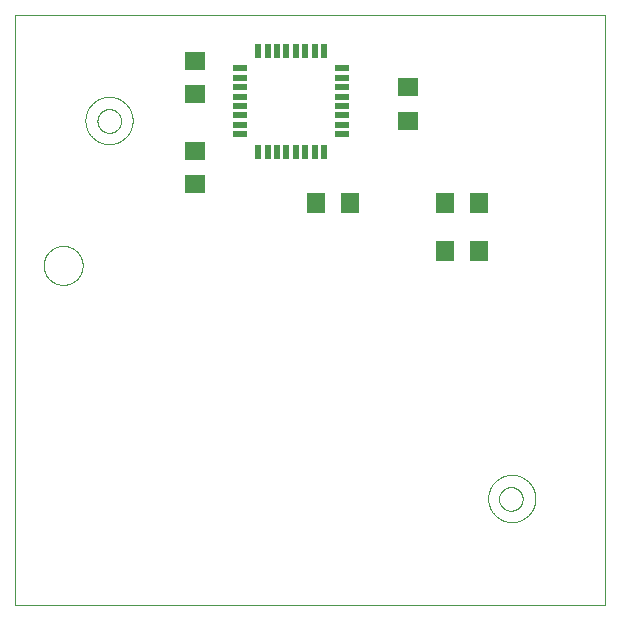
<source format=gbp>
G75*
%MOIN*%
%OFA0B0*%
%FSLAX25Y25*%
%IPPOS*%
%LPD*%
%AMOC8*
5,1,8,0,0,1.08239X$1,22.5*
%
%ADD10C,0.00000*%
%ADD11C,0.00394*%
%ADD12R,0.06299X0.07098*%
%ADD13R,0.07098X0.06299*%
%ADD14R,0.02200X0.05000*%
%ADD15R,0.05000X0.02200*%
%ADD16R,0.07087X0.06299*%
D10*
X0004541Y0011008D02*
X0201391Y0011008D01*
X0201391Y0207858D01*
X0004541Y0207858D01*
X0004541Y0011008D01*
X0014167Y0124276D02*
X0014169Y0124437D01*
X0014175Y0124597D01*
X0014185Y0124758D01*
X0014199Y0124918D01*
X0014217Y0125078D01*
X0014238Y0125237D01*
X0014264Y0125396D01*
X0014294Y0125554D01*
X0014327Y0125711D01*
X0014365Y0125868D01*
X0014406Y0126023D01*
X0014451Y0126177D01*
X0014500Y0126330D01*
X0014553Y0126482D01*
X0014609Y0126633D01*
X0014670Y0126782D01*
X0014733Y0126930D01*
X0014801Y0127076D01*
X0014872Y0127220D01*
X0014946Y0127362D01*
X0015024Y0127503D01*
X0015106Y0127641D01*
X0015191Y0127778D01*
X0015279Y0127912D01*
X0015371Y0128044D01*
X0015466Y0128174D01*
X0015564Y0128302D01*
X0015665Y0128427D01*
X0015769Y0128549D01*
X0015876Y0128669D01*
X0015986Y0128786D01*
X0016099Y0128901D01*
X0016215Y0129012D01*
X0016334Y0129121D01*
X0016455Y0129226D01*
X0016579Y0129329D01*
X0016705Y0129429D01*
X0016833Y0129525D01*
X0016964Y0129618D01*
X0017098Y0129708D01*
X0017233Y0129795D01*
X0017371Y0129878D01*
X0017510Y0129958D01*
X0017652Y0130034D01*
X0017795Y0130107D01*
X0017940Y0130176D01*
X0018087Y0130242D01*
X0018235Y0130304D01*
X0018385Y0130362D01*
X0018536Y0130417D01*
X0018689Y0130468D01*
X0018843Y0130515D01*
X0018998Y0130558D01*
X0019154Y0130597D01*
X0019310Y0130633D01*
X0019468Y0130664D01*
X0019626Y0130692D01*
X0019785Y0130716D01*
X0019945Y0130736D01*
X0020105Y0130752D01*
X0020265Y0130764D01*
X0020426Y0130772D01*
X0020587Y0130776D01*
X0020747Y0130776D01*
X0020908Y0130772D01*
X0021069Y0130764D01*
X0021229Y0130752D01*
X0021389Y0130736D01*
X0021549Y0130716D01*
X0021708Y0130692D01*
X0021866Y0130664D01*
X0022024Y0130633D01*
X0022180Y0130597D01*
X0022336Y0130558D01*
X0022491Y0130515D01*
X0022645Y0130468D01*
X0022798Y0130417D01*
X0022949Y0130362D01*
X0023099Y0130304D01*
X0023247Y0130242D01*
X0023394Y0130176D01*
X0023539Y0130107D01*
X0023682Y0130034D01*
X0023824Y0129958D01*
X0023963Y0129878D01*
X0024101Y0129795D01*
X0024236Y0129708D01*
X0024370Y0129618D01*
X0024501Y0129525D01*
X0024629Y0129429D01*
X0024755Y0129329D01*
X0024879Y0129226D01*
X0025000Y0129121D01*
X0025119Y0129012D01*
X0025235Y0128901D01*
X0025348Y0128786D01*
X0025458Y0128669D01*
X0025565Y0128549D01*
X0025669Y0128427D01*
X0025770Y0128302D01*
X0025868Y0128174D01*
X0025963Y0128044D01*
X0026055Y0127912D01*
X0026143Y0127778D01*
X0026228Y0127641D01*
X0026310Y0127503D01*
X0026388Y0127362D01*
X0026462Y0127220D01*
X0026533Y0127076D01*
X0026601Y0126930D01*
X0026664Y0126782D01*
X0026725Y0126633D01*
X0026781Y0126482D01*
X0026834Y0126330D01*
X0026883Y0126177D01*
X0026928Y0126023D01*
X0026969Y0125868D01*
X0027007Y0125711D01*
X0027040Y0125554D01*
X0027070Y0125396D01*
X0027096Y0125237D01*
X0027117Y0125078D01*
X0027135Y0124918D01*
X0027149Y0124758D01*
X0027159Y0124597D01*
X0027165Y0124437D01*
X0027167Y0124276D01*
X0027165Y0124115D01*
X0027159Y0123955D01*
X0027149Y0123794D01*
X0027135Y0123634D01*
X0027117Y0123474D01*
X0027096Y0123315D01*
X0027070Y0123156D01*
X0027040Y0122998D01*
X0027007Y0122841D01*
X0026969Y0122684D01*
X0026928Y0122529D01*
X0026883Y0122375D01*
X0026834Y0122222D01*
X0026781Y0122070D01*
X0026725Y0121919D01*
X0026664Y0121770D01*
X0026601Y0121622D01*
X0026533Y0121476D01*
X0026462Y0121332D01*
X0026388Y0121190D01*
X0026310Y0121049D01*
X0026228Y0120911D01*
X0026143Y0120774D01*
X0026055Y0120640D01*
X0025963Y0120508D01*
X0025868Y0120378D01*
X0025770Y0120250D01*
X0025669Y0120125D01*
X0025565Y0120003D01*
X0025458Y0119883D01*
X0025348Y0119766D01*
X0025235Y0119651D01*
X0025119Y0119540D01*
X0025000Y0119431D01*
X0024879Y0119326D01*
X0024755Y0119223D01*
X0024629Y0119123D01*
X0024501Y0119027D01*
X0024370Y0118934D01*
X0024236Y0118844D01*
X0024101Y0118757D01*
X0023963Y0118674D01*
X0023824Y0118594D01*
X0023682Y0118518D01*
X0023539Y0118445D01*
X0023394Y0118376D01*
X0023247Y0118310D01*
X0023099Y0118248D01*
X0022949Y0118190D01*
X0022798Y0118135D01*
X0022645Y0118084D01*
X0022491Y0118037D01*
X0022336Y0117994D01*
X0022180Y0117955D01*
X0022024Y0117919D01*
X0021866Y0117888D01*
X0021708Y0117860D01*
X0021549Y0117836D01*
X0021389Y0117816D01*
X0021229Y0117800D01*
X0021069Y0117788D01*
X0020908Y0117780D01*
X0020747Y0117776D01*
X0020587Y0117776D01*
X0020426Y0117780D01*
X0020265Y0117788D01*
X0020105Y0117800D01*
X0019945Y0117816D01*
X0019785Y0117836D01*
X0019626Y0117860D01*
X0019468Y0117888D01*
X0019310Y0117919D01*
X0019154Y0117955D01*
X0018998Y0117994D01*
X0018843Y0118037D01*
X0018689Y0118084D01*
X0018536Y0118135D01*
X0018385Y0118190D01*
X0018235Y0118248D01*
X0018087Y0118310D01*
X0017940Y0118376D01*
X0017795Y0118445D01*
X0017652Y0118518D01*
X0017510Y0118594D01*
X0017371Y0118674D01*
X0017233Y0118757D01*
X0017098Y0118844D01*
X0016964Y0118934D01*
X0016833Y0119027D01*
X0016705Y0119123D01*
X0016579Y0119223D01*
X0016455Y0119326D01*
X0016334Y0119431D01*
X0016215Y0119540D01*
X0016099Y0119651D01*
X0015986Y0119766D01*
X0015876Y0119883D01*
X0015769Y0120003D01*
X0015665Y0120125D01*
X0015564Y0120250D01*
X0015466Y0120378D01*
X0015371Y0120508D01*
X0015279Y0120640D01*
X0015191Y0120774D01*
X0015106Y0120911D01*
X0015024Y0121049D01*
X0014946Y0121190D01*
X0014872Y0121332D01*
X0014801Y0121476D01*
X0014733Y0121622D01*
X0014670Y0121770D01*
X0014609Y0121919D01*
X0014553Y0122070D01*
X0014500Y0122222D01*
X0014451Y0122375D01*
X0014406Y0122529D01*
X0014365Y0122684D01*
X0014327Y0122841D01*
X0014294Y0122998D01*
X0014264Y0123156D01*
X0014238Y0123315D01*
X0014217Y0123474D01*
X0014199Y0123634D01*
X0014185Y0123794D01*
X0014175Y0123955D01*
X0014169Y0124115D01*
X0014167Y0124276D01*
X0032100Y0172425D02*
X0032102Y0172550D01*
X0032108Y0172675D01*
X0032118Y0172799D01*
X0032132Y0172923D01*
X0032149Y0173047D01*
X0032171Y0173170D01*
X0032197Y0173292D01*
X0032226Y0173414D01*
X0032259Y0173534D01*
X0032297Y0173653D01*
X0032337Y0173772D01*
X0032382Y0173888D01*
X0032430Y0174003D01*
X0032482Y0174117D01*
X0032538Y0174229D01*
X0032597Y0174339D01*
X0032659Y0174447D01*
X0032725Y0174554D01*
X0032794Y0174658D01*
X0032867Y0174759D01*
X0032942Y0174859D01*
X0033021Y0174956D01*
X0033103Y0175050D01*
X0033188Y0175142D01*
X0033275Y0175231D01*
X0033366Y0175317D01*
X0033459Y0175400D01*
X0033555Y0175481D01*
X0033653Y0175558D01*
X0033753Y0175632D01*
X0033856Y0175703D01*
X0033961Y0175770D01*
X0034069Y0175835D01*
X0034178Y0175895D01*
X0034289Y0175953D01*
X0034402Y0176006D01*
X0034516Y0176056D01*
X0034632Y0176103D01*
X0034749Y0176145D01*
X0034868Y0176184D01*
X0034988Y0176220D01*
X0035109Y0176251D01*
X0035231Y0176279D01*
X0035353Y0176302D01*
X0035477Y0176322D01*
X0035601Y0176338D01*
X0035725Y0176350D01*
X0035850Y0176358D01*
X0035975Y0176362D01*
X0036099Y0176362D01*
X0036224Y0176358D01*
X0036349Y0176350D01*
X0036473Y0176338D01*
X0036597Y0176322D01*
X0036721Y0176302D01*
X0036843Y0176279D01*
X0036965Y0176251D01*
X0037086Y0176220D01*
X0037206Y0176184D01*
X0037325Y0176145D01*
X0037442Y0176103D01*
X0037558Y0176056D01*
X0037672Y0176006D01*
X0037785Y0175953D01*
X0037896Y0175895D01*
X0038006Y0175835D01*
X0038113Y0175770D01*
X0038218Y0175703D01*
X0038321Y0175632D01*
X0038421Y0175558D01*
X0038519Y0175481D01*
X0038615Y0175400D01*
X0038708Y0175317D01*
X0038799Y0175231D01*
X0038886Y0175142D01*
X0038971Y0175050D01*
X0039053Y0174956D01*
X0039132Y0174859D01*
X0039207Y0174759D01*
X0039280Y0174658D01*
X0039349Y0174554D01*
X0039415Y0174447D01*
X0039477Y0174339D01*
X0039536Y0174229D01*
X0039592Y0174117D01*
X0039644Y0174003D01*
X0039692Y0173888D01*
X0039737Y0173772D01*
X0039777Y0173653D01*
X0039815Y0173534D01*
X0039848Y0173414D01*
X0039877Y0173292D01*
X0039903Y0173170D01*
X0039925Y0173047D01*
X0039942Y0172923D01*
X0039956Y0172799D01*
X0039966Y0172675D01*
X0039972Y0172550D01*
X0039974Y0172425D01*
X0039972Y0172300D01*
X0039966Y0172175D01*
X0039956Y0172051D01*
X0039942Y0171927D01*
X0039925Y0171803D01*
X0039903Y0171680D01*
X0039877Y0171558D01*
X0039848Y0171436D01*
X0039815Y0171316D01*
X0039777Y0171197D01*
X0039737Y0171078D01*
X0039692Y0170962D01*
X0039644Y0170847D01*
X0039592Y0170733D01*
X0039536Y0170621D01*
X0039477Y0170511D01*
X0039415Y0170403D01*
X0039349Y0170296D01*
X0039280Y0170192D01*
X0039207Y0170091D01*
X0039132Y0169991D01*
X0039053Y0169894D01*
X0038971Y0169800D01*
X0038886Y0169708D01*
X0038799Y0169619D01*
X0038708Y0169533D01*
X0038615Y0169450D01*
X0038519Y0169369D01*
X0038421Y0169292D01*
X0038321Y0169218D01*
X0038218Y0169147D01*
X0038113Y0169080D01*
X0038005Y0169015D01*
X0037896Y0168955D01*
X0037785Y0168897D01*
X0037672Y0168844D01*
X0037558Y0168794D01*
X0037442Y0168747D01*
X0037325Y0168705D01*
X0037206Y0168666D01*
X0037086Y0168630D01*
X0036965Y0168599D01*
X0036843Y0168571D01*
X0036721Y0168548D01*
X0036597Y0168528D01*
X0036473Y0168512D01*
X0036349Y0168500D01*
X0036224Y0168492D01*
X0036099Y0168488D01*
X0035975Y0168488D01*
X0035850Y0168492D01*
X0035725Y0168500D01*
X0035601Y0168512D01*
X0035477Y0168528D01*
X0035353Y0168548D01*
X0035231Y0168571D01*
X0035109Y0168599D01*
X0034988Y0168630D01*
X0034868Y0168666D01*
X0034749Y0168705D01*
X0034632Y0168747D01*
X0034516Y0168794D01*
X0034402Y0168844D01*
X0034289Y0168897D01*
X0034178Y0168955D01*
X0034068Y0169015D01*
X0033961Y0169080D01*
X0033856Y0169147D01*
X0033753Y0169218D01*
X0033653Y0169292D01*
X0033555Y0169369D01*
X0033459Y0169450D01*
X0033366Y0169533D01*
X0033275Y0169619D01*
X0033188Y0169708D01*
X0033103Y0169800D01*
X0033021Y0169894D01*
X0032942Y0169991D01*
X0032867Y0170091D01*
X0032794Y0170192D01*
X0032725Y0170296D01*
X0032659Y0170403D01*
X0032597Y0170511D01*
X0032538Y0170621D01*
X0032482Y0170733D01*
X0032430Y0170847D01*
X0032382Y0170962D01*
X0032337Y0171078D01*
X0032297Y0171197D01*
X0032259Y0171316D01*
X0032226Y0171436D01*
X0032197Y0171558D01*
X0032171Y0171680D01*
X0032149Y0171803D01*
X0032132Y0171927D01*
X0032118Y0172051D01*
X0032108Y0172175D01*
X0032102Y0172300D01*
X0032100Y0172425D01*
X0165958Y0046441D02*
X0165960Y0046566D01*
X0165966Y0046691D01*
X0165976Y0046815D01*
X0165990Y0046939D01*
X0166007Y0047063D01*
X0166029Y0047186D01*
X0166055Y0047308D01*
X0166084Y0047430D01*
X0166117Y0047550D01*
X0166155Y0047669D01*
X0166195Y0047788D01*
X0166240Y0047904D01*
X0166288Y0048019D01*
X0166340Y0048133D01*
X0166396Y0048245D01*
X0166455Y0048355D01*
X0166517Y0048463D01*
X0166583Y0048570D01*
X0166652Y0048674D01*
X0166725Y0048775D01*
X0166800Y0048875D01*
X0166879Y0048972D01*
X0166961Y0049066D01*
X0167046Y0049158D01*
X0167133Y0049247D01*
X0167224Y0049333D01*
X0167317Y0049416D01*
X0167413Y0049497D01*
X0167511Y0049574D01*
X0167611Y0049648D01*
X0167714Y0049719D01*
X0167819Y0049786D01*
X0167927Y0049851D01*
X0168036Y0049911D01*
X0168147Y0049969D01*
X0168260Y0050022D01*
X0168374Y0050072D01*
X0168490Y0050119D01*
X0168607Y0050161D01*
X0168726Y0050200D01*
X0168846Y0050236D01*
X0168967Y0050267D01*
X0169089Y0050295D01*
X0169211Y0050318D01*
X0169335Y0050338D01*
X0169459Y0050354D01*
X0169583Y0050366D01*
X0169708Y0050374D01*
X0169833Y0050378D01*
X0169957Y0050378D01*
X0170082Y0050374D01*
X0170207Y0050366D01*
X0170331Y0050354D01*
X0170455Y0050338D01*
X0170579Y0050318D01*
X0170701Y0050295D01*
X0170823Y0050267D01*
X0170944Y0050236D01*
X0171064Y0050200D01*
X0171183Y0050161D01*
X0171300Y0050119D01*
X0171416Y0050072D01*
X0171530Y0050022D01*
X0171643Y0049969D01*
X0171754Y0049911D01*
X0171864Y0049851D01*
X0171971Y0049786D01*
X0172076Y0049719D01*
X0172179Y0049648D01*
X0172279Y0049574D01*
X0172377Y0049497D01*
X0172473Y0049416D01*
X0172566Y0049333D01*
X0172657Y0049247D01*
X0172744Y0049158D01*
X0172829Y0049066D01*
X0172911Y0048972D01*
X0172990Y0048875D01*
X0173065Y0048775D01*
X0173138Y0048674D01*
X0173207Y0048570D01*
X0173273Y0048463D01*
X0173335Y0048355D01*
X0173394Y0048245D01*
X0173450Y0048133D01*
X0173502Y0048019D01*
X0173550Y0047904D01*
X0173595Y0047788D01*
X0173635Y0047669D01*
X0173673Y0047550D01*
X0173706Y0047430D01*
X0173735Y0047308D01*
X0173761Y0047186D01*
X0173783Y0047063D01*
X0173800Y0046939D01*
X0173814Y0046815D01*
X0173824Y0046691D01*
X0173830Y0046566D01*
X0173832Y0046441D01*
X0173830Y0046316D01*
X0173824Y0046191D01*
X0173814Y0046067D01*
X0173800Y0045943D01*
X0173783Y0045819D01*
X0173761Y0045696D01*
X0173735Y0045574D01*
X0173706Y0045452D01*
X0173673Y0045332D01*
X0173635Y0045213D01*
X0173595Y0045094D01*
X0173550Y0044978D01*
X0173502Y0044863D01*
X0173450Y0044749D01*
X0173394Y0044637D01*
X0173335Y0044527D01*
X0173273Y0044419D01*
X0173207Y0044312D01*
X0173138Y0044208D01*
X0173065Y0044107D01*
X0172990Y0044007D01*
X0172911Y0043910D01*
X0172829Y0043816D01*
X0172744Y0043724D01*
X0172657Y0043635D01*
X0172566Y0043549D01*
X0172473Y0043466D01*
X0172377Y0043385D01*
X0172279Y0043308D01*
X0172179Y0043234D01*
X0172076Y0043163D01*
X0171971Y0043096D01*
X0171863Y0043031D01*
X0171754Y0042971D01*
X0171643Y0042913D01*
X0171530Y0042860D01*
X0171416Y0042810D01*
X0171300Y0042763D01*
X0171183Y0042721D01*
X0171064Y0042682D01*
X0170944Y0042646D01*
X0170823Y0042615D01*
X0170701Y0042587D01*
X0170579Y0042564D01*
X0170455Y0042544D01*
X0170331Y0042528D01*
X0170207Y0042516D01*
X0170082Y0042508D01*
X0169957Y0042504D01*
X0169833Y0042504D01*
X0169708Y0042508D01*
X0169583Y0042516D01*
X0169459Y0042528D01*
X0169335Y0042544D01*
X0169211Y0042564D01*
X0169089Y0042587D01*
X0168967Y0042615D01*
X0168846Y0042646D01*
X0168726Y0042682D01*
X0168607Y0042721D01*
X0168490Y0042763D01*
X0168374Y0042810D01*
X0168260Y0042860D01*
X0168147Y0042913D01*
X0168036Y0042971D01*
X0167926Y0043031D01*
X0167819Y0043096D01*
X0167714Y0043163D01*
X0167611Y0043234D01*
X0167511Y0043308D01*
X0167413Y0043385D01*
X0167317Y0043466D01*
X0167224Y0043549D01*
X0167133Y0043635D01*
X0167046Y0043724D01*
X0166961Y0043816D01*
X0166879Y0043910D01*
X0166800Y0044007D01*
X0166725Y0044107D01*
X0166652Y0044208D01*
X0166583Y0044312D01*
X0166517Y0044419D01*
X0166455Y0044527D01*
X0166396Y0044637D01*
X0166340Y0044749D01*
X0166288Y0044863D01*
X0166240Y0044978D01*
X0166195Y0045094D01*
X0166155Y0045213D01*
X0166117Y0045332D01*
X0166084Y0045452D01*
X0166055Y0045574D01*
X0166029Y0045696D01*
X0166007Y0045819D01*
X0165990Y0045943D01*
X0165976Y0046067D01*
X0165966Y0046191D01*
X0165960Y0046316D01*
X0165958Y0046441D01*
D11*
X0162344Y0046591D02*
X0162346Y0046784D01*
X0162353Y0046977D01*
X0162365Y0047170D01*
X0162382Y0047363D01*
X0162403Y0047555D01*
X0162429Y0047746D01*
X0162460Y0047937D01*
X0162495Y0048127D01*
X0162535Y0048316D01*
X0162580Y0048504D01*
X0162629Y0048691D01*
X0162683Y0048877D01*
X0162741Y0049061D01*
X0162804Y0049244D01*
X0162872Y0049425D01*
X0162943Y0049604D01*
X0163020Y0049782D01*
X0163100Y0049958D01*
X0163185Y0050131D01*
X0163274Y0050303D01*
X0163367Y0050472D01*
X0163464Y0050639D01*
X0163566Y0050804D01*
X0163671Y0050966D01*
X0163780Y0051125D01*
X0163894Y0051282D01*
X0164011Y0051435D01*
X0164131Y0051586D01*
X0164256Y0051734D01*
X0164384Y0051879D01*
X0164515Y0052020D01*
X0164650Y0052159D01*
X0164789Y0052294D01*
X0164930Y0052425D01*
X0165075Y0052553D01*
X0165223Y0052678D01*
X0165374Y0052798D01*
X0165527Y0052915D01*
X0165684Y0053029D01*
X0165843Y0053138D01*
X0166005Y0053243D01*
X0166170Y0053345D01*
X0166337Y0053442D01*
X0166506Y0053535D01*
X0166678Y0053624D01*
X0166851Y0053709D01*
X0167027Y0053789D01*
X0167205Y0053866D01*
X0167384Y0053937D01*
X0167565Y0054005D01*
X0167748Y0054068D01*
X0167932Y0054126D01*
X0168118Y0054180D01*
X0168305Y0054229D01*
X0168493Y0054274D01*
X0168682Y0054314D01*
X0168872Y0054349D01*
X0169063Y0054380D01*
X0169254Y0054406D01*
X0169446Y0054427D01*
X0169639Y0054444D01*
X0169832Y0054456D01*
X0170025Y0054463D01*
X0170218Y0054465D01*
X0170411Y0054463D01*
X0170604Y0054456D01*
X0170797Y0054444D01*
X0170990Y0054427D01*
X0171182Y0054406D01*
X0171373Y0054380D01*
X0171564Y0054349D01*
X0171754Y0054314D01*
X0171943Y0054274D01*
X0172131Y0054229D01*
X0172318Y0054180D01*
X0172504Y0054126D01*
X0172688Y0054068D01*
X0172871Y0054005D01*
X0173052Y0053937D01*
X0173231Y0053866D01*
X0173409Y0053789D01*
X0173585Y0053709D01*
X0173758Y0053624D01*
X0173930Y0053535D01*
X0174099Y0053442D01*
X0174266Y0053345D01*
X0174431Y0053243D01*
X0174593Y0053138D01*
X0174752Y0053029D01*
X0174909Y0052915D01*
X0175062Y0052798D01*
X0175213Y0052678D01*
X0175361Y0052553D01*
X0175506Y0052425D01*
X0175647Y0052294D01*
X0175786Y0052159D01*
X0175921Y0052020D01*
X0176052Y0051879D01*
X0176180Y0051734D01*
X0176305Y0051586D01*
X0176425Y0051435D01*
X0176542Y0051282D01*
X0176656Y0051125D01*
X0176765Y0050966D01*
X0176870Y0050804D01*
X0176972Y0050639D01*
X0177069Y0050472D01*
X0177162Y0050303D01*
X0177251Y0050131D01*
X0177336Y0049958D01*
X0177416Y0049782D01*
X0177493Y0049604D01*
X0177564Y0049425D01*
X0177632Y0049244D01*
X0177695Y0049061D01*
X0177753Y0048877D01*
X0177807Y0048691D01*
X0177856Y0048504D01*
X0177901Y0048316D01*
X0177941Y0048127D01*
X0177976Y0047937D01*
X0178007Y0047746D01*
X0178033Y0047555D01*
X0178054Y0047363D01*
X0178071Y0047170D01*
X0178083Y0046977D01*
X0178090Y0046784D01*
X0178092Y0046591D01*
X0178090Y0046398D01*
X0178083Y0046205D01*
X0178071Y0046012D01*
X0178054Y0045819D01*
X0178033Y0045627D01*
X0178007Y0045436D01*
X0177976Y0045245D01*
X0177941Y0045055D01*
X0177901Y0044866D01*
X0177856Y0044678D01*
X0177807Y0044491D01*
X0177753Y0044305D01*
X0177695Y0044121D01*
X0177632Y0043938D01*
X0177564Y0043757D01*
X0177493Y0043578D01*
X0177416Y0043400D01*
X0177336Y0043224D01*
X0177251Y0043051D01*
X0177162Y0042879D01*
X0177069Y0042710D01*
X0176972Y0042543D01*
X0176870Y0042378D01*
X0176765Y0042216D01*
X0176656Y0042057D01*
X0176542Y0041900D01*
X0176425Y0041747D01*
X0176305Y0041596D01*
X0176180Y0041448D01*
X0176052Y0041303D01*
X0175921Y0041162D01*
X0175786Y0041023D01*
X0175647Y0040888D01*
X0175506Y0040757D01*
X0175361Y0040629D01*
X0175213Y0040504D01*
X0175062Y0040384D01*
X0174909Y0040267D01*
X0174752Y0040153D01*
X0174593Y0040044D01*
X0174431Y0039939D01*
X0174266Y0039837D01*
X0174099Y0039740D01*
X0173930Y0039647D01*
X0173758Y0039558D01*
X0173585Y0039473D01*
X0173409Y0039393D01*
X0173231Y0039316D01*
X0173052Y0039245D01*
X0172871Y0039177D01*
X0172688Y0039114D01*
X0172504Y0039056D01*
X0172318Y0039002D01*
X0172131Y0038953D01*
X0171943Y0038908D01*
X0171754Y0038868D01*
X0171564Y0038833D01*
X0171373Y0038802D01*
X0171182Y0038776D01*
X0170990Y0038755D01*
X0170797Y0038738D01*
X0170604Y0038726D01*
X0170411Y0038719D01*
X0170218Y0038717D01*
X0170025Y0038719D01*
X0169832Y0038726D01*
X0169639Y0038738D01*
X0169446Y0038755D01*
X0169254Y0038776D01*
X0169063Y0038802D01*
X0168872Y0038833D01*
X0168682Y0038868D01*
X0168493Y0038908D01*
X0168305Y0038953D01*
X0168118Y0039002D01*
X0167932Y0039056D01*
X0167748Y0039114D01*
X0167565Y0039177D01*
X0167384Y0039245D01*
X0167205Y0039316D01*
X0167027Y0039393D01*
X0166851Y0039473D01*
X0166678Y0039558D01*
X0166506Y0039647D01*
X0166337Y0039740D01*
X0166170Y0039837D01*
X0166005Y0039939D01*
X0165843Y0040044D01*
X0165684Y0040153D01*
X0165527Y0040267D01*
X0165374Y0040384D01*
X0165223Y0040504D01*
X0165075Y0040629D01*
X0164930Y0040757D01*
X0164789Y0040888D01*
X0164650Y0041023D01*
X0164515Y0041162D01*
X0164384Y0041303D01*
X0164256Y0041448D01*
X0164131Y0041596D01*
X0164011Y0041747D01*
X0163894Y0041900D01*
X0163780Y0042057D01*
X0163671Y0042216D01*
X0163566Y0042378D01*
X0163464Y0042543D01*
X0163367Y0042710D01*
X0163274Y0042879D01*
X0163185Y0043051D01*
X0163100Y0043224D01*
X0163020Y0043400D01*
X0162943Y0043578D01*
X0162872Y0043757D01*
X0162804Y0043938D01*
X0162741Y0044121D01*
X0162683Y0044305D01*
X0162629Y0044491D01*
X0162580Y0044678D01*
X0162535Y0044866D01*
X0162495Y0045055D01*
X0162460Y0045245D01*
X0162429Y0045436D01*
X0162403Y0045627D01*
X0162382Y0045819D01*
X0162365Y0046012D01*
X0162353Y0046205D01*
X0162346Y0046398D01*
X0162344Y0046591D01*
X0028092Y0172575D02*
X0028094Y0172768D01*
X0028101Y0172961D01*
X0028113Y0173154D01*
X0028130Y0173347D01*
X0028151Y0173539D01*
X0028177Y0173730D01*
X0028208Y0173921D01*
X0028243Y0174111D01*
X0028283Y0174300D01*
X0028328Y0174488D01*
X0028377Y0174675D01*
X0028431Y0174861D01*
X0028489Y0175045D01*
X0028552Y0175228D01*
X0028620Y0175409D01*
X0028691Y0175588D01*
X0028768Y0175766D01*
X0028848Y0175942D01*
X0028933Y0176115D01*
X0029022Y0176287D01*
X0029115Y0176456D01*
X0029212Y0176623D01*
X0029314Y0176788D01*
X0029419Y0176950D01*
X0029528Y0177109D01*
X0029642Y0177266D01*
X0029759Y0177419D01*
X0029879Y0177570D01*
X0030004Y0177718D01*
X0030132Y0177863D01*
X0030263Y0178004D01*
X0030398Y0178143D01*
X0030537Y0178278D01*
X0030678Y0178409D01*
X0030823Y0178537D01*
X0030971Y0178662D01*
X0031122Y0178782D01*
X0031275Y0178899D01*
X0031432Y0179013D01*
X0031591Y0179122D01*
X0031753Y0179227D01*
X0031918Y0179329D01*
X0032085Y0179426D01*
X0032254Y0179519D01*
X0032426Y0179608D01*
X0032599Y0179693D01*
X0032775Y0179773D01*
X0032953Y0179850D01*
X0033132Y0179921D01*
X0033313Y0179989D01*
X0033496Y0180052D01*
X0033680Y0180110D01*
X0033866Y0180164D01*
X0034053Y0180213D01*
X0034241Y0180258D01*
X0034430Y0180298D01*
X0034620Y0180333D01*
X0034811Y0180364D01*
X0035002Y0180390D01*
X0035194Y0180411D01*
X0035387Y0180428D01*
X0035580Y0180440D01*
X0035773Y0180447D01*
X0035966Y0180449D01*
X0036159Y0180447D01*
X0036352Y0180440D01*
X0036545Y0180428D01*
X0036738Y0180411D01*
X0036930Y0180390D01*
X0037121Y0180364D01*
X0037312Y0180333D01*
X0037502Y0180298D01*
X0037691Y0180258D01*
X0037879Y0180213D01*
X0038066Y0180164D01*
X0038252Y0180110D01*
X0038436Y0180052D01*
X0038619Y0179989D01*
X0038800Y0179921D01*
X0038979Y0179850D01*
X0039157Y0179773D01*
X0039333Y0179693D01*
X0039506Y0179608D01*
X0039678Y0179519D01*
X0039847Y0179426D01*
X0040014Y0179329D01*
X0040179Y0179227D01*
X0040341Y0179122D01*
X0040500Y0179013D01*
X0040657Y0178899D01*
X0040810Y0178782D01*
X0040961Y0178662D01*
X0041109Y0178537D01*
X0041254Y0178409D01*
X0041395Y0178278D01*
X0041534Y0178143D01*
X0041669Y0178004D01*
X0041800Y0177863D01*
X0041928Y0177718D01*
X0042053Y0177570D01*
X0042173Y0177419D01*
X0042290Y0177266D01*
X0042404Y0177109D01*
X0042513Y0176950D01*
X0042618Y0176788D01*
X0042720Y0176623D01*
X0042817Y0176456D01*
X0042910Y0176287D01*
X0042999Y0176115D01*
X0043084Y0175942D01*
X0043164Y0175766D01*
X0043241Y0175588D01*
X0043312Y0175409D01*
X0043380Y0175228D01*
X0043443Y0175045D01*
X0043501Y0174861D01*
X0043555Y0174675D01*
X0043604Y0174488D01*
X0043649Y0174300D01*
X0043689Y0174111D01*
X0043724Y0173921D01*
X0043755Y0173730D01*
X0043781Y0173539D01*
X0043802Y0173347D01*
X0043819Y0173154D01*
X0043831Y0172961D01*
X0043838Y0172768D01*
X0043840Y0172575D01*
X0043838Y0172382D01*
X0043831Y0172189D01*
X0043819Y0171996D01*
X0043802Y0171803D01*
X0043781Y0171611D01*
X0043755Y0171420D01*
X0043724Y0171229D01*
X0043689Y0171039D01*
X0043649Y0170850D01*
X0043604Y0170662D01*
X0043555Y0170475D01*
X0043501Y0170289D01*
X0043443Y0170105D01*
X0043380Y0169922D01*
X0043312Y0169741D01*
X0043241Y0169562D01*
X0043164Y0169384D01*
X0043084Y0169208D01*
X0042999Y0169035D01*
X0042910Y0168863D01*
X0042817Y0168694D01*
X0042720Y0168527D01*
X0042618Y0168362D01*
X0042513Y0168200D01*
X0042404Y0168041D01*
X0042290Y0167884D01*
X0042173Y0167731D01*
X0042053Y0167580D01*
X0041928Y0167432D01*
X0041800Y0167287D01*
X0041669Y0167146D01*
X0041534Y0167007D01*
X0041395Y0166872D01*
X0041254Y0166741D01*
X0041109Y0166613D01*
X0040961Y0166488D01*
X0040810Y0166368D01*
X0040657Y0166251D01*
X0040500Y0166137D01*
X0040341Y0166028D01*
X0040179Y0165923D01*
X0040014Y0165821D01*
X0039847Y0165724D01*
X0039678Y0165631D01*
X0039506Y0165542D01*
X0039333Y0165457D01*
X0039157Y0165377D01*
X0038979Y0165300D01*
X0038800Y0165229D01*
X0038619Y0165161D01*
X0038436Y0165098D01*
X0038252Y0165040D01*
X0038066Y0164986D01*
X0037879Y0164937D01*
X0037691Y0164892D01*
X0037502Y0164852D01*
X0037312Y0164817D01*
X0037121Y0164786D01*
X0036930Y0164760D01*
X0036738Y0164739D01*
X0036545Y0164722D01*
X0036352Y0164710D01*
X0036159Y0164703D01*
X0035966Y0164701D01*
X0035773Y0164703D01*
X0035580Y0164710D01*
X0035387Y0164722D01*
X0035194Y0164739D01*
X0035002Y0164760D01*
X0034811Y0164786D01*
X0034620Y0164817D01*
X0034430Y0164852D01*
X0034241Y0164892D01*
X0034053Y0164937D01*
X0033866Y0164986D01*
X0033680Y0165040D01*
X0033496Y0165098D01*
X0033313Y0165161D01*
X0033132Y0165229D01*
X0032953Y0165300D01*
X0032775Y0165377D01*
X0032599Y0165457D01*
X0032426Y0165542D01*
X0032254Y0165631D01*
X0032085Y0165724D01*
X0031918Y0165821D01*
X0031753Y0165923D01*
X0031591Y0166028D01*
X0031432Y0166137D01*
X0031275Y0166251D01*
X0031122Y0166368D01*
X0030971Y0166488D01*
X0030823Y0166613D01*
X0030678Y0166741D01*
X0030537Y0166872D01*
X0030398Y0167007D01*
X0030263Y0167146D01*
X0030132Y0167287D01*
X0030004Y0167432D01*
X0029879Y0167580D01*
X0029759Y0167731D01*
X0029642Y0167884D01*
X0029528Y0168041D01*
X0029419Y0168200D01*
X0029314Y0168362D01*
X0029212Y0168527D01*
X0029115Y0168694D01*
X0029022Y0168863D01*
X0028933Y0169035D01*
X0028848Y0169208D01*
X0028768Y0169384D01*
X0028691Y0169562D01*
X0028620Y0169741D01*
X0028552Y0169922D01*
X0028489Y0170105D01*
X0028431Y0170289D01*
X0028377Y0170475D01*
X0028328Y0170662D01*
X0028283Y0170850D01*
X0028243Y0171039D01*
X0028208Y0171229D01*
X0028177Y0171420D01*
X0028151Y0171611D01*
X0028130Y0171803D01*
X0028113Y0171996D01*
X0028101Y0172189D01*
X0028094Y0172382D01*
X0028092Y0172575D01*
D12*
X0105068Y0145000D03*
X0116265Y0145000D03*
X0148068Y0145000D03*
X0159265Y0145000D03*
X0159265Y0129000D03*
X0148068Y0129000D03*
D13*
X0135667Y0172402D03*
X0135667Y0183598D03*
D14*
X0107690Y0195900D03*
X0104541Y0195900D03*
X0101391Y0195900D03*
X0098241Y0195900D03*
X0095092Y0195900D03*
X0091942Y0195900D03*
X0088793Y0195900D03*
X0085643Y0195900D03*
X0085643Y0162100D03*
X0088793Y0162100D03*
X0091942Y0162100D03*
X0095092Y0162100D03*
X0098241Y0162100D03*
X0101391Y0162100D03*
X0104541Y0162100D03*
X0107690Y0162100D03*
D15*
X0113567Y0167976D03*
X0113567Y0171126D03*
X0113567Y0174276D03*
X0113567Y0177425D03*
X0113567Y0180575D03*
X0113567Y0183724D03*
X0113567Y0186874D03*
X0113567Y0190024D03*
X0079767Y0190024D03*
X0079767Y0186874D03*
X0079767Y0183724D03*
X0079767Y0180575D03*
X0079767Y0177425D03*
X0079767Y0174276D03*
X0079767Y0171126D03*
X0079767Y0167976D03*
D16*
X0064667Y0162512D03*
X0064667Y0151488D03*
X0064667Y0181488D03*
X0064667Y0192512D03*
M02*

</source>
